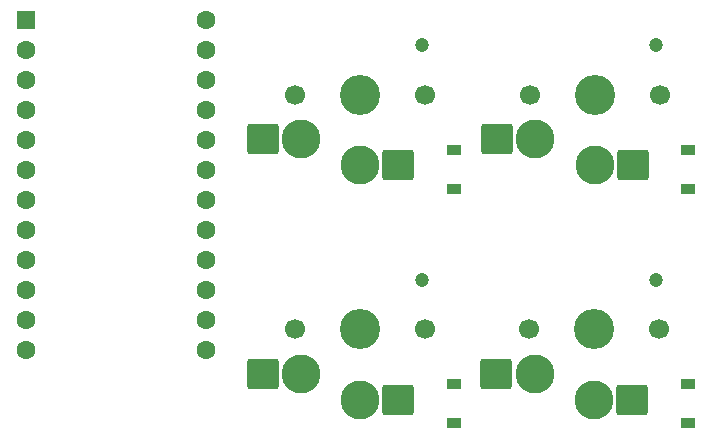
<source format=gbs>
G04 #@! TF.GenerationSoftware,KiCad,Pcbnew,(6.0.5)*
G04 #@! TF.CreationDate,2022-09-29T20:04:46+08:00*
G04 #@! TF.ProjectId,4k-keypad-pro-micro,346b2d6b-6579-4706-9164-2d70726f2d6d,rev?*
G04 #@! TF.SameCoordinates,Original*
G04 #@! TF.FileFunction,Soldermask,Bot*
G04 #@! TF.FilePolarity,Negative*
%FSLAX46Y46*%
G04 Gerber Fmt 4.6, Leading zero omitted, Abs format (unit mm)*
G04 Created by KiCad (PCBNEW (6.0.5)) date 2022-09-29 20:04:46*
%MOMM*%
%LPD*%
G01*
G04 APERTURE LIST*
G04 Aperture macros list*
%AMRoundRect*
0 Rectangle with rounded corners*
0 $1 Rounding radius*
0 $2 $3 $4 $5 $6 $7 $8 $9 X,Y pos of 4 corners*
0 Add a 4 corners polygon primitive as box body*
4,1,4,$2,$3,$4,$5,$6,$7,$8,$9,$2,$3,0*
0 Add four circle primitives for the rounded corners*
1,1,$1+$1,$2,$3*
1,1,$1+$1,$4,$5*
1,1,$1+$1,$6,$7*
1,1,$1+$1,$8,$9*
0 Add four rect primitives between the rounded corners*
20,1,$1+$1,$2,$3,$4,$5,0*
20,1,$1+$1,$4,$5,$6,$7,0*
20,1,$1+$1,$6,$7,$8,$9,0*
20,1,$1+$1,$8,$9,$2,$3,0*%
G04 Aperture macros list end*
%ADD10R,1.600000X1.600000*%
%ADD11C,1.600000*%
%ADD12C,1.700000*%
%ADD13C,1.200000*%
%ADD14C,3.400000*%
%ADD15C,3.300000*%
%ADD16RoundRect,0.260000X1.065000X1.040000X-1.065000X1.040000X-1.065000X-1.040000X1.065000X-1.040000X0*%
%ADD17R,1.200000X0.900000*%
G04 APERTURE END LIST*
D10*
X101123750Y-72231250D03*
D11*
X101123750Y-74771250D03*
X101123750Y-77311250D03*
X101123750Y-79851250D03*
X101123750Y-82391250D03*
X101123750Y-84931250D03*
X101123750Y-87471250D03*
X101123750Y-90011250D03*
X101123750Y-92551250D03*
X101123750Y-95091250D03*
X101123750Y-97631250D03*
X101123750Y-100171250D03*
X116363750Y-100171250D03*
X116363750Y-97631250D03*
X116363750Y-95091250D03*
X116363750Y-92551250D03*
X116363750Y-90011250D03*
X116363750Y-87471250D03*
X116363750Y-84931250D03*
X116363750Y-82391250D03*
X116363750Y-79851250D03*
X116363750Y-77311250D03*
X116363750Y-74771250D03*
X116363750Y-72231250D03*
D12*
X143725000Y-78550000D03*
D13*
X154445000Y-74350000D03*
D14*
X149225000Y-78550000D03*
D12*
X154725000Y-78550000D03*
D15*
X144225000Y-82300000D03*
D16*
X140980000Y-82300000D03*
X152470000Y-84500000D03*
D15*
X149225000Y-84500000D03*
D17*
X137318750Y-103062500D03*
X137318750Y-106362500D03*
X157162500Y-83218750D03*
X157162500Y-86518750D03*
D13*
X154388750Y-94225000D03*
D14*
X149168750Y-98425000D03*
D12*
X154668750Y-98425000D03*
X143668750Y-98425000D03*
D16*
X140923750Y-102175000D03*
D15*
X144168750Y-102175000D03*
D16*
X152413750Y-104375000D03*
D15*
X149168750Y-104375000D03*
D12*
X123881250Y-98425000D03*
X134881250Y-98425000D03*
D13*
X134601250Y-94225000D03*
D14*
X129381250Y-98425000D03*
D15*
X124381250Y-102175000D03*
D16*
X121136250Y-102175000D03*
D15*
X129381250Y-104375000D03*
D16*
X132626250Y-104375000D03*
D17*
X157162500Y-103062500D03*
X157162500Y-106362500D03*
D12*
X134881250Y-78550000D03*
D13*
X134601250Y-74350000D03*
D14*
X129381250Y-78550000D03*
D12*
X123881250Y-78550000D03*
D15*
X124381250Y-82300000D03*
D16*
X121136250Y-82300000D03*
X132626250Y-84500000D03*
D15*
X129381250Y-84500000D03*
D17*
X137318750Y-83218750D03*
X137318750Y-86518750D03*
M02*

</source>
